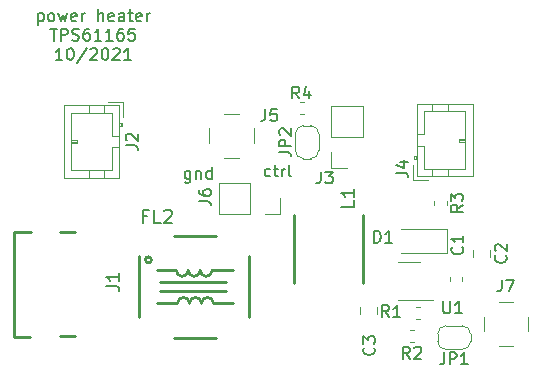
<source format=gto>
G04 #@! TF.GenerationSoftware,KiCad,Pcbnew,(5.1.5-0)*
G04 #@! TF.CreationDate,2021-10-28T11:32:37-06:00*
G04 #@! TF.ProjectId,TPS61165-heater-v2,54505336-3131-4363-952d-686561746572,rev?*
G04 #@! TF.SameCoordinates,Original*
G04 #@! TF.FileFunction,Legend,Top*
G04 #@! TF.FilePolarity,Positive*
%FSLAX46Y46*%
G04 Gerber Fmt 4.6, Leading zero omitted, Abs format (unit mm)*
G04 Created by KiCad (PCBNEW (5.1.5-0)) date 2021-10-28 11:32:37*
%MOMM*%
%LPD*%
G04 APERTURE LIST*
%ADD10C,0.150000*%
%ADD11C,0.254000*%
%ADD12C,0.120000*%
%ADD13C,0.152000*%
%ADD14R,3.102000X2.102000*%
%ADD15C,0.100000*%
%ADD16R,1.662000X0.752000*%
%ADD17C,1.342000*%
%ADD18O,1.802000X1.802000*%
%ADD19R,1.802000X1.802000*%
%ADD20R,5.402000X2.102000*%
%ADD21O,1.852000X1.302000*%
%ADD22O,1.902000X1.202000*%
%ADD23R,1.602000X0.902000*%
%ADD24R,1.602000X0.862000*%
%ADD25R,1.602000X0.802000*%
%ADD26R,1.002000X1.302000*%
G04 APERTURE END LIST*
D10*
X130709523Y-71385714D02*
X130709523Y-72195238D01*
X130661904Y-72290476D01*
X130614285Y-72338095D01*
X130519047Y-72385714D01*
X130376190Y-72385714D01*
X130280952Y-72338095D01*
X130709523Y-72004761D02*
X130614285Y-72052380D01*
X130423809Y-72052380D01*
X130328571Y-72004761D01*
X130280952Y-71957142D01*
X130233333Y-71861904D01*
X130233333Y-71576190D01*
X130280952Y-71480952D01*
X130328571Y-71433333D01*
X130423809Y-71385714D01*
X130614285Y-71385714D01*
X130709523Y-71433333D01*
X131185714Y-71385714D02*
X131185714Y-72052380D01*
X131185714Y-71480952D02*
X131233333Y-71433333D01*
X131328571Y-71385714D01*
X131471428Y-71385714D01*
X131566666Y-71433333D01*
X131614285Y-71528571D01*
X131614285Y-72052380D01*
X132519047Y-72052380D02*
X132519047Y-71052380D01*
X132519047Y-72004761D02*
X132423809Y-72052380D01*
X132233333Y-72052380D01*
X132138095Y-72004761D01*
X132090476Y-71957142D01*
X132042857Y-71861904D01*
X132042857Y-71576190D01*
X132090476Y-71480952D01*
X132138095Y-71433333D01*
X132233333Y-71385714D01*
X132423809Y-71385714D01*
X132519047Y-71433333D01*
X137480952Y-71804761D02*
X137385714Y-71852380D01*
X137195238Y-71852380D01*
X137100000Y-71804761D01*
X137052380Y-71757142D01*
X137004761Y-71661904D01*
X137004761Y-71376190D01*
X137052380Y-71280952D01*
X137100000Y-71233333D01*
X137195238Y-71185714D01*
X137385714Y-71185714D01*
X137480952Y-71233333D01*
X137766666Y-71185714D02*
X138147619Y-71185714D01*
X137909523Y-70852380D02*
X137909523Y-71709523D01*
X137957142Y-71804761D01*
X138052380Y-71852380D01*
X138147619Y-71852380D01*
X138480952Y-71852380D02*
X138480952Y-71185714D01*
X138480952Y-71376190D02*
X138528571Y-71280952D01*
X138576190Y-71233333D01*
X138671428Y-71185714D01*
X138766666Y-71185714D01*
X139242857Y-71852380D02*
X139147619Y-71804761D01*
X139100000Y-71709523D01*
X139100000Y-70852380D01*
X117833333Y-58035714D02*
X117833333Y-59035714D01*
X117833333Y-58083333D02*
X117928571Y-58035714D01*
X118119047Y-58035714D01*
X118214285Y-58083333D01*
X118261904Y-58130952D01*
X118309523Y-58226190D01*
X118309523Y-58511904D01*
X118261904Y-58607142D01*
X118214285Y-58654761D01*
X118119047Y-58702380D01*
X117928571Y-58702380D01*
X117833333Y-58654761D01*
X118880952Y-58702380D02*
X118785714Y-58654761D01*
X118738095Y-58607142D01*
X118690476Y-58511904D01*
X118690476Y-58226190D01*
X118738095Y-58130952D01*
X118785714Y-58083333D01*
X118880952Y-58035714D01*
X119023809Y-58035714D01*
X119119047Y-58083333D01*
X119166666Y-58130952D01*
X119214285Y-58226190D01*
X119214285Y-58511904D01*
X119166666Y-58607142D01*
X119119047Y-58654761D01*
X119023809Y-58702380D01*
X118880952Y-58702380D01*
X119547619Y-58035714D02*
X119738095Y-58702380D01*
X119928571Y-58226190D01*
X120119047Y-58702380D01*
X120309523Y-58035714D01*
X121071428Y-58654761D02*
X120976190Y-58702380D01*
X120785714Y-58702380D01*
X120690476Y-58654761D01*
X120642857Y-58559523D01*
X120642857Y-58178571D01*
X120690476Y-58083333D01*
X120785714Y-58035714D01*
X120976190Y-58035714D01*
X121071428Y-58083333D01*
X121119047Y-58178571D01*
X121119047Y-58273809D01*
X120642857Y-58369047D01*
X121547619Y-58702380D02*
X121547619Y-58035714D01*
X121547619Y-58226190D02*
X121595238Y-58130952D01*
X121642857Y-58083333D01*
X121738095Y-58035714D01*
X121833333Y-58035714D01*
X122928571Y-58702380D02*
X122928571Y-57702380D01*
X123357142Y-58702380D02*
X123357142Y-58178571D01*
X123309523Y-58083333D01*
X123214285Y-58035714D01*
X123071428Y-58035714D01*
X122976190Y-58083333D01*
X122928571Y-58130952D01*
X124214285Y-58654761D02*
X124119047Y-58702380D01*
X123928571Y-58702380D01*
X123833333Y-58654761D01*
X123785714Y-58559523D01*
X123785714Y-58178571D01*
X123833333Y-58083333D01*
X123928571Y-58035714D01*
X124119047Y-58035714D01*
X124214285Y-58083333D01*
X124261904Y-58178571D01*
X124261904Y-58273809D01*
X123785714Y-58369047D01*
X125119047Y-58702380D02*
X125119047Y-58178571D01*
X125071428Y-58083333D01*
X124976190Y-58035714D01*
X124785714Y-58035714D01*
X124690476Y-58083333D01*
X125119047Y-58654761D02*
X125023809Y-58702380D01*
X124785714Y-58702380D01*
X124690476Y-58654761D01*
X124642857Y-58559523D01*
X124642857Y-58464285D01*
X124690476Y-58369047D01*
X124785714Y-58321428D01*
X125023809Y-58321428D01*
X125119047Y-58273809D01*
X125452380Y-58035714D02*
X125833333Y-58035714D01*
X125595238Y-57702380D02*
X125595238Y-58559523D01*
X125642857Y-58654761D01*
X125738095Y-58702380D01*
X125833333Y-58702380D01*
X126547619Y-58654761D02*
X126452380Y-58702380D01*
X126261904Y-58702380D01*
X126166666Y-58654761D01*
X126119047Y-58559523D01*
X126119047Y-58178571D01*
X126166666Y-58083333D01*
X126261904Y-58035714D01*
X126452380Y-58035714D01*
X126547619Y-58083333D01*
X126595238Y-58178571D01*
X126595238Y-58273809D01*
X126119047Y-58369047D01*
X127023809Y-58702380D02*
X127023809Y-58035714D01*
X127023809Y-58226190D02*
X127071428Y-58130952D01*
X127119047Y-58083333D01*
X127214285Y-58035714D01*
X127309523Y-58035714D01*
X118857142Y-59352380D02*
X119428571Y-59352380D01*
X119142857Y-60352380D02*
X119142857Y-59352380D01*
X119761904Y-60352380D02*
X119761904Y-59352380D01*
X120142857Y-59352380D01*
X120238095Y-59400000D01*
X120285714Y-59447619D01*
X120333333Y-59542857D01*
X120333333Y-59685714D01*
X120285714Y-59780952D01*
X120238095Y-59828571D01*
X120142857Y-59876190D01*
X119761904Y-59876190D01*
X120714285Y-60304761D02*
X120857142Y-60352380D01*
X121095238Y-60352380D01*
X121190476Y-60304761D01*
X121238095Y-60257142D01*
X121285714Y-60161904D01*
X121285714Y-60066666D01*
X121238095Y-59971428D01*
X121190476Y-59923809D01*
X121095238Y-59876190D01*
X120904761Y-59828571D01*
X120809523Y-59780952D01*
X120761904Y-59733333D01*
X120714285Y-59638095D01*
X120714285Y-59542857D01*
X120761904Y-59447619D01*
X120809523Y-59400000D01*
X120904761Y-59352380D01*
X121142857Y-59352380D01*
X121285714Y-59400000D01*
X122142857Y-59352380D02*
X121952380Y-59352380D01*
X121857142Y-59400000D01*
X121809523Y-59447619D01*
X121714285Y-59590476D01*
X121666666Y-59780952D01*
X121666666Y-60161904D01*
X121714285Y-60257142D01*
X121761904Y-60304761D01*
X121857142Y-60352380D01*
X122047619Y-60352380D01*
X122142857Y-60304761D01*
X122190476Y-60257142D01*
X122238095Y-60161904D01*
X122238095Y-59923809D01*
X122190476Y-59828571D01*
X122142857Y-59780952D01*
X122047619Y-59733333D01*
X121857142Y-59733333D01*
X121761904Y-59780952D01*
X121714285Y-59828571D01*
X121666666Y-59923809D01*
X123190476Y-60352380D02*
X122619047Y-60352380D01*
X122904761Y-60352380D02*
X122904761Y-59352380D01*
X122809523Y-59495238D01*
X122714285Y-59590476D01*
X122619047Y-59638095D01*
X124142857Y-60352380D02*
X123571428Y-60352380D01*
X123857142Y-60352380D02*
X123857142Y-59352380D01*
X123761904Y-59495238D01*
X123666666Y-59590476D01*
X123571428Y-59638095D01*
X125000000Y-59352380D02*
X124809523Y-59352380D01*
X124714285Y-59400000D01*
X124666666Y-59447619D01*
X124571428Y-59590476D01*
X124523809Y-59780952D01*
X124523809Y-60161904D01*
X124571428Y-60257142D01*
X124619047Y-60304761D01*
X124714285Y-60352380D01*
X124904761Y-60352380D01*
X125000000Y-60304761D01*
X125047619Y-60257142D01*
X125095238Y-60161904D01*
X125095238Y-59923809D01*
X125047619Y-59828571D01*
X125000000Y-59780952D01*
X124904761Y-59733333D01*
X124714285Y-59733333D01*
X124619047Y-59780952D01*
X124571428Y-59828571D01*
X124523809Y-59923809D01*
X126000000Y-59352380D02*
X125523809Y-59352380D01*
X125476190Y-59828571D01*
X125523809Y-59780952D01*
X125619047Y-59733333D01*
X125857142Y-59733333D01*
X125952380Y-59780952D01*
X126000000Y-59828571D01*
X126047619Y-59923809D01*
X126047619Y-60161904D01*
X126000000Y-60257142D01*
X125952380Y-60304761D01*
X125857142Y-60352380D01*
X125619047Y-60352380D01*
X125523809Y-60304761D01*
X125476190Y-60257142D01*
X119880952Y-62002380D02*
X119309523Y-62002380D01*
X119595238Y-62002380D02*
X119595238Y-61002380D01*
X119500000Y-61145238D01*
X119404761Y-61240476D01*
X119309523Y-61288095D01*
X120500000Y-61002380D02*
X120595238Y-61002380D01*
X120690476Y-61050000D01*
X120738095Y-61097619D01*
X120785714Y-61192857D01*
X120833333Y-61383333D01*
X120833333Y-61621428D01*
X120785714Y-61811904D01*
X120738095Y-61907142D01*
X120690476Y-61954761D01*
X120595238Y-62002380D01*
X120500000Y-62002380D01*
X120404761Y-61954761D01*
X120357142Y-61907142D01*
X120309523Y-61811904D01*
X120261904Y-61621428D01*
X120261904Y-61383333D01*
X120309523Y-61192857D01*
X120357142Y-61097619D01*
X120404761Y-61050000D01*
X120500000Y-61002380D01*
X121976190Y-60954761D02*
X121119047Y-62240476D01*
X122261904Y-61097619D02*
X122309523Y-61050000D01*
X122404761Y-61002380D01*
X122642857Y-61002380D01*
X122738095Y-61050000D01*
X122785714Y-61097619D01*
X122833333Y-61192857D01*
X122833333Y-61288095D01*
X122785714Y-61430952D01*
X122214285Y-62002380D01*
X122833333Y-62002380D01*
X123452380Y-61002380D02*
X123547619Y-61002380D01*
X123642857Y-61050000D01*
X123690476Y-61097619D01*
X123738095Y-61192857D01*
X123785714Y-61383333D01*
X123785714Y-61621428D01*
X123738095Y-61811904D01*
X123690476Y-61907142D01*
X123642857Y-61954761D01*
X123547619Y-62002380D01*
X123452380Y-62002380D01*
X123357142Y-61954761D01*
X123309523Y-61907142D01*
X123261904Y-61811904D01*
X123214285Y-61621428D01*
X123214285Y-61383333D01*
X123261904Y-61192857D01*
X123309523Y-61097619D01*
X123357142Y-61050000D01*
X123452380Y-61002380D01*
X124166666Y-61097619D02*
X124214285Y-61050000D01*
X124309523Y-61002380D01*
X124547619Y-61002380D01*
X124642857Y-61050000D01*
X124690476Y-61097619D01*
X124738095Y-61192857D01*
X124738095Y-61288095D01*
X124690476Y-61430952D01*
X124119047Y-62002380D01*
X124738095Y-62002380D01*
X125690476Y-62002380D02*
X125119047Y-62002380D01*
X125404761Y-62002380D02*
X125404761Y-61002380D01*
X125309523Y-61145238D01*
X125214285Y-61240476D01*
X125119047Y-61288095D01*
D11*
X132678000Y-82597000D02*
G75*
G03X131662000Y-82597000I-508000J0D01*
G01*
X131662000Y-82597000D02*
G75*
G03X130646000Y-82597000I-508000J0D01*
G01*
X130646000Y-82597000D02*
G75*
G03X129630000Y-82597000I-508000J0D01*
G01*
X131554000Y-79803000D02*
G75*
G03X132570000Y-79803000I508000J0D01*
G01*
X130538000Y-79803000D02*
G75*
G03X131554000Y-79803000I508000J0D01*
G01*
X129522000Y-79803000D02*
G75*
G03X130538000Y-79803000I508000J0D01*
G01*
X127417000Y-78914000D02*
G75*
G03X127417000Y-78914000I-254000J0D01*
G01*
X126401000Y-78621000D02*
X126401000Y-83779000D01*
X135672000Y-78621000D02*
X135672000Y-83779000D01*
X127871000Y-79803000D02*
X129522000Y-79803000D01*
X134329000Y-79803000D02*
X132678000Y-79803000D01*
X134329000Y-82597000D02*
X132678000Y-82597000D01*
X128179000Y-80819000D02*
X133767000Y-80819000D01*
X133767000Y-81581000D02*
X128179000Y-81581000D01*
X127871000Y-82597000D02*
X129522000Y-82597000D01*
X129322000Y-76882000D02*
X132878000Y-76882000D01*
X132878000Y-85518000D02*
X129322000Y-85518000D01*
D12*
X149646267Y-84890000D02*
X149303733Y-84890000D01*
X149646267Y-85910000D02*
X149303733Y-85910000D01*
X140371267Y-65590000D02*
X140028733Y-65590000D01*
X140371267Y-66610000D02*
X140028733Y-66610000D01*
X139600000Y-69650000D02*
X139600000Y-68250000D01*
X140300000Y-67550000D02*
X140900000Y-67550000D01*
X141600000Y-68250000D02*
X141600000Y-69650000D01*
X140900000Y-70350000D02*
X140300000Y-70350000D01*
X140300000Y-70350000D02*
G75*
G02X139600000Y-69650000I0J700000D01*
G01*
X141600000Y-69650000D02*
G75*
G02X140900000Y-70350000I-700000J0D01*
G01*
X140900000Y-67550000D02*
G75*
G02X141600000Y-68250000I0J-700000D01*
G01*
X139600000Y-68250000D02*
G75*
G02X140300000Y-67550000I700000J0D01*
G01*
X153750000Y-86500000D02*
X152350000Y-86500000D01*
X151650000Y-85800000D02*
X151650000Y-85200000D01*
X152350000Y-84500000D02*
X153750000Y-84500000D01*
X154450000Y-85200000D02*
X154450000Y-85800000D01*
X154450000Y-85800000D02*
G75*
G02X153750000Y-86500000I-700000J0D01*
G01*
X153750000Y-84500000D02*
G75*
G02X154450000Y-85200000I0J-700000D01*
G01*
X151650000Y-85200000D02*
G75*
G02X152350000Y-84500000I700000J0D01*
G01*
X152350000Y-86500000D02*
G75*
G02X151650000Y-85800000I0J700000D01*
G01*
X148330000Y-82340000D02*
X151280000Y-82340000D01*
X150130000Y-79120000D02*
X148330000Y-79120000D01*
X158080000Y-86210000D02*
X156840000Y-86210000D01*
X158080000Y-82470000D02*
X156840000Y-82470000D01*
X155590000Y-84960000D02*
X155590000Y-83720000D01*
X159330000Y-84960000D02*
X159330000Y-83720000D01*
X138330000Y-73700000D02*
X138330000Y-75030000D01*
X138330000Y-75030000D02*
X137000000Y-75030000D01*
X135730000Y-75030000D02*
X133130000Y-75030000D01*
X133130000Y-72370000D02*
X133130000Y-75030000D01*
X135730000Y-72370000D02*
X133130000Y-72370000D01*
X135730000Y-72370000D02*
X135730000Y-75030000D01*
D11*
X139500000Y-80850000D02*
X139500000Y-75150000D01*
X145300000Y-80850000D02*
X145300000Y-75150000D01*
D12*
X151390000Y-73928733D02*
X151390000Y-74271267D01*
X152410000Y-73928733D02*
X152410000Y-74271267D01*
X150171267Y-82890000D02*
X149828733Y-82890000D01*
X150171267Y-83910000D02*
X149828733Y-83910000D01*
X133580000Y-66530000D02*
X134820000Y-66530000D01*
X133580000Y-70270000D02*
X134820000Y-70270000D01*
X136070000Y-67780000D02*
X136070000Y-69020000D01*
X132330000Y-67780000D02*
X132330000Y-69020000D01*
X149590000Y-72160000D02*
X150840000Y-72160000D01*
X149590000Y-70910000D02*
X149590000Y-72160000D01*
X154000000Y-68800000D02*
X153500000Y-68800000D01*
X153500000Y-68700000D02*
X154000000Y-68700000D01*
X153500000Y-68900000D02*
X153500000Y-68700000D01*
X154000000Y-68900000D02*
X153500000Y-68900000D01*
X152500000Y-65740000D02*
X152500000Y-66350000D01*
X151200000Y-65740000D02*
X151200000Y-66350000D01*
X152500000Y-71860000D02*
X152500000Y-71250000D01*
X151200000Y-71860000D02*
X151200000Y-71250000D01*
X150500000Y-68300000D02*
X149890000Y-68300000D01*
X150500000Y-66350000D02*
X150500000Y-68300000D01*
X154000000Y-66350000D02*
X150500000Y-66350000D01*
X154000000Y-71250000D02*
X154000000Y-66350000D01*
X150500000Y-71250000D02*
X154000000Y-71250000D01*
X150500000Y-69300000D02*
X150500000Y-71250000D01*
X149890000Y-69300000D02*
X150500000Y-69300000D01*
X149790000Y-70100000D02*
X149790000Y-70400000D01*
X149690000Y-70400000D02*
X149890000Y-70400000D01*
X149690000Y-70100000D02*
X149690000Y-70400000D01*
X149890000Y-70100000D02*
X149690000Y-70100000D01*
X149890000Y-65740000D02*
X149890000Y-71860000D01*
X154610000Y-65740000D02*
X149890000Y-65740000D01*
X154610000Y-71860000D02*
X154610000Y-65740000D01*
X149890000Y-71860000D02*
X154610000Y-71860000D01*
X144000000Y-71130000D02*
X142670000Y-71130000D01*
X142670000Y-71130000D02*
X142670000Y-69800000D01*
X142670000Y-68530000D02*
X142670000Y-65930000D01*
X145330000Y-65930000D02*
X142670000Y-65930000D01*
X145330000Y-68530000D02*
X145330000Y-65930000D01*
X145330000Y-68530000D02*
X142670000Y-68530000D01*
X125010000Y-65540000D02*
X123760000Y-65540000D01*
X125010000Y-66790000D02*
X125010000Y-65540000D01*
X120600000Y-68900000D02*
X121100000Y-68900000D01*
X121100000Y-69000000D02*
X120600000Y-69000000D01*
X121100000Y-68800000D02*
X121100000Y-69000000D01*
X120600000Y-68800000D02*
X121100000Y-68800000D01*
X122100000Y-71960000D02*
X122100000Y-71350000D01*
X123400000Y-71960000D02*
X123400000Y-71350000D01*
X122100000Y-65840000D02*
X122100000Y-66450000D01*
X123400000Y-65840000D02*
X123400000Y-66450000D01*
X124100000Y-69400000D02*
X124710000Y-69400000D01*
X124100000Y-71350000D02*
X124100000Y-69400000D01*
X120600000Y-71350000D02*
X124100000Y-71350000D01*
X120600000Y-66450000D02*
X120600000Y-71350000D01*
X124100000Y-66450000D02*
X120600000Y-66450000D01*
X124100000Y-68400000D02*
X124100000Y-66450000D01*
X124710000Y-68400000D02*
X124100000Y-68400000D01*
X124810000Y-67600000D02*
X124810000Y-67300000D01*
X124910000Y-67300000D02*
X124710000Y-67300000D01*
X124910000Y-67600000D02*
X124910000Y-67300000D01*
X124710000Y-67600000D02*
X124910000Y-67600000D01*
X124710000Y-71960000D02*
X124710000Y-65840000D01*
X119990000Y-71960000D02*
X124710000Y-71960000D01*
X119990000Y-65840000D02*
X119990000Y-71960000D01*
X124710000Y-65840000D02*
X119990000Y-65840000D01*
D11*
X120963000Y-85400000D02*
X119723000Y-85400000D01*
X120915000Y-76600000D02*
X119675000Y-76600000D01*
X115824000Y-85409000D02*
X117175000Y-85409000D01*
X115825000Y-76600000D02*
X117205000Y-76600000D01*
X115825000Y-76590000D02*
X115825000Y-85410000D01*
D12*
X152450000Y-78300000D02*
X148550000Y-78300000D01*
X152450000Y-76300000D02*
X148550000Y-76300000D01*
X152450000Y-78300000D02*
X152450000Y-76300000D01*
X145090000Y-82938748D02*
X145090000Y-83461252D01*
X146510000Y-82938748D02*
X146510000Y-83461252D01*
X154690000Y-78113748D02*
X154690000Y-78636252D01*
X156110000Y-78113748D02*
X156110000Y-78636252D01*
X153710000Y-80671267D02*
X153710000Y-80328733D01*
X152690000Y-80671267D02*
X152690000Y-80328733D01*
D13*
X127051942Y-75218357D02*
X126670942Y-75218357D01*
X126670942Y-75817071D02*
X126670942Y-74674071D01*
X127215228Y-74674071D01*
X128194942Y-75817071D02*
X127650657Y-75817071D01*
X127650657Y-74674071D01*
X128521514Y-74782928D02*
X128575942Y-74728500D01*
X128684800Y-74674071D01*
X128956942Y-74674071D01*
X129065800Y-74728500D01*
X129120228Y-74782928D01*
X129174657Y-74891785D01*
X129174657Y-75000642D01*
X129120228Y-75163928D01*
X128467085Y-75817071D01*
X129174657Y-75817071D01*
D10*
X149308333Y-87282380D02*
X148975000Y-86806190D01*
X148736904Y-87282380D02*
X148736904Y-86282380D01*
X149117857Y-86282380D01*
X149213095Y-86330000D01*
X149260714Y-86377619D01*
X149308333Y-86472857D01*
X149308333Y-86615714D01*
X149260714Y-86710952D01*
X149213095Y-86758571D01*
X149117857Y-86806190D01*
X148736904Y-86806190D01*
X149689285Y-86377619D02*
X149736904Y-86330000D01*
X149832142Y-86282380D01*
X150070238Y-86282380D01*
X150165476Y-86330000D01*
X150213095Y-86377619D01*
X150260714Y-86472857D01*
X150260714Y-86568095D01*
X150213095Y-86710952D01*
X149641666Y-87282380D01*
X150260714Y-87282380D01*
X139933333Y-65252380D02*
X139600000Y-64776190D01*
X139361904Y-65252380D02*
X139361904Y-64252380D01*
X139742857Y-64252380D01*
X139838095Y-64300000D01*
X139885714Y-64347619D01*
X139933333Y-64442857D01*
X139933333Y-64585714D01*
X139885714Y-64680952D01*
X139838095Y-64728571D01*
X139742857Y-64776190D01*
X139361904Y-64776190D01*
X140790476Y-64585714D02*
X140790476Y-65252380D01*
X140552380Y-64204761D02*
X140314285Y-64919047D01*
X140933333Y-64919047D01*
X138252380Y-69783333D02*
X138966666Y-69783333D01*
X139109523Y-69830952D01*
X139204761Y-69926190D01*
X139252380Y-70069047D01*
X139252380Y-70164285D01*
X139252380Y-69307142D02*
X138252380Y-69307142D01*
X138252380Y-68926190D01*
X138300000Y-68830952D01*
X138347619Y-68783333D01*
X138442857Y-68735714D01*
X138585714Y-68735714D01*
X138680952Y-68783333D01*
X138728571Y-68830952D01*
X138776190Y-68926190D01*
X138776190Y-69307142D01*
X138347619Y-68354761D02*
X138300000Y-68307142D01*
X138252380Y-68211904D01*
X138252380Y-67973809D01*
X138300000Y-67878571D01*
X138347619Y-67830952D01*
X138442857Y-67783333D01*
X138538095Y-67783333D01*
X138680952Y-67830952D01*
X139252380Y-68402380D01*
X139252380Y-67783333D01*
X152216666Y-86752380D02*
X152216666Y-87466666D01*
X152169047Y-87609523D01*
X152073809Y-87704761D01*
X151930952Y-87752380D01*
X151835714Y-87752380D01*
X152692857Y-87752380D02*
X152692857Y-86752380D01*
X153073809Y-86752380D01*
X153169047Y-86800000D01*
X153216666Y-86847619D01*
X153264285Y-86942857D01*
X153264285Y-87085714D01*
X153216666Y-87180952D01*
X153169047Y-87228571D01*
X153073809Y-87276190D01*
X152692857Y-87276190D01*
X154216666Y-87752380D02*
X153645238Y-87752380D01*
X153930952Y-87752380D02*
X153930952Y-86752380D01*
X153835714Y-86895238D01*
X153740476Y-86990476D01*
X153645238Y-87038095D01*
X152138095Y-82442380D02*
X152138095Y-83251904D01*
X152185714Y-83347142D01*
X152233333Y-83394761D01*
X152328571Y-83442380D01*
X152519047Y-83442380D01*
X152614285Y-83394761D01*
X152661904Y-83347142D01*
X152709523Y-83251904D01*
X152709523Y-82442380D01*
X153709523Y-83442380D02*
X153138095Y-83442380D01*
X153423809Y-83442380D02*
X153423809Y-82442380D01*
X153328571Y-82585238D01*
X153233333Y-82680476D01*
X153138095Y-82728095D01*
X157086666Y-80592380D02*
X157086666Y-81306666D01*
X157039047Y-81449523D01*
X156943809Y-81544761D01*
X156800952Y-81592380D01*
X156705714Y-81592380D01*
X157467619Y-80592380D02*
X158134285Y-80592380D01*
X157705714Y-81592380D01*
X131452380Y-73933333D02*
X132166666Y-73933333D01*
X132309523Y-73980952D01*
X132404761Y-74076190D01*
X132452380Y-74219047D01*
X132452380Y-74314285D01*
X131452380Y-73028571D02*
X131452380Y-73219047D01*
X131500000Y-73314285D01*
X131547619Y-73361904D01*
X131690476Y-73457142D01*
X131880952Y-73504761D01*
X132261904Y-73504761D01*
X132357142Y-73457142D01*
X132404761Y-73409523D01*
X132452380Y-73314285D01*
X132452380Y-73123809D01*
X132404761Y-73028571D01*
X132357142Y-72980952D01*
X132261904Y-72933333D01*
X132023809Y-72933333D01*
X131928571Y-72980952D01*
X131880952Y-73028571D01*
X131833333Y-73123809D01*
X131833333Y-73314285D01*
X131880952Y-73409523D01*
X131928571Y-73457142D01*
X132023809Y-73504761D01*
D13*
X144617071Y-73884771D02*
X144617071Y-74429057D01*
X143474071Y-74429057D01*
X144617071Y-72905057D02*
X144617071Y-73558200D01*
X144617071Y-73231628D02*
X143474071Y-73231628D01*
X143637357Y-73340485D01*
X143746214Y-73449342D01*
X143800642Y-73558200D01*
D10*
X153782380Y-74266666D02*
X153306190Y-74600000D01*
X153782380Y-74838095D02*
X152782380Y-74838095D01*
X152782380Y-74457142D01*
X152830000Y-74361904D01*
X152877619Y-74314285D01*
X152972857Y-74266666D01*
X153115714Y-74266666D01*
X153210952Y-74314285D01*
X153258571Y-74361904D01*
X153306190Y-74457142D01*
X153306190Y-74838095D01*
X152782380Y-73933333D02*
X152782380Y-73314285D01*
X153163333Y-73647619D01*
X153163333Y-73504761D01*
X153210952Y-73409523D01*
X153258571Y-73361904D01*
X153353809Y-73314285D01*
X153591904Y-73314285D01*
X153687142Y-73361904D01*
X153734761Y-73409523D01*
X153782380Y-73504761D01*
X153782380Y-73790476D01*
X153734761Y-73885714D01*
X153687142Y-73933333D01*
X147533333Y-83752380D02*
X147200000Y-83276190D01*
X146961904Y-83752380D02*
X146961904Y-82752380D01*
X147342857Y-82752380D01*
X147438095Y-82800000D01*
X147485714Y-82847619D01*
X147533333Y-82942857D01*
X147533333Y-83085714D01*
X147485714Y-83180952D01*
X147438095Y-83228571D01*
X147342857Y-83276190D01*
X146961904Y-83276190D01*
X148485714Y-83752380D02*
X147914285Y-83752380D01*
X148200000Y-83752380D02*
X148200000Y-82752380D01*
X148104761Y-82895238D01*
X148009523Y-82990476D01*
X147914285Y-83038095D01*
X137066666Y-66152380D02*
X137066666Y-66866666D01*
X137019047Y-67009523D01*
X136923809Y-67104761D01*
X136780952Y-67152380D01*
X136685714Y-67152380D01*
X138019047Y-66152380D02*
X137542857Y-66152380D01*
X137495238Y-66628571D01*
X137542857Y-66580952D01*
X137638095Y-66533333D01*
X137876190Y-66533333D01*
X137971428Y-66580952D01*
X138019047Y-66628571D01*
X138066666Y-66723809D01*
X138066666Y-66961904D01*
X138019047Y-67057142D01*
X137971428Y-67104761D01*
X137876190Y-67152380D01*
X137638095Y-67152380D01*
X137542857Y-67104761D01*
X137495238Y-67057142D01*
X148152380Y-71533333D02*
X148866666Y-71533333D01*
X149009523Y-71580952D01*
X149104761Y-71676190D01*
X149152380Y-71819047D01*
X149152380Y-71914285D01*
X148485714Y-70628571D02*
X149152380Y-70628571D01*
X148104761Y-70866666D02*
X148819047Y-71104761D01*
X148819047Y-70485714D01*
X141766666Y-71452380D02*
X141766666Y-72166666D01*
X141719047Y-72309523D01*
X141623809Y-72404761D01*
X141480952Y-72452380D01*
X141385714Y-72452380D01*
X142147619Y-71452380D02*
X142766666Y-71452380D01*
X142433333Y-71833333D01*
X142576190Y-71833333D01*
X142671428Y-71880952D01*
X142719047Y-71928571D01*
X142766666Y-72023809D01*
X142766666Y-72261904D01*
X142719047Y-72357142D01*
X142671428Y-72404761D01*
X142576190Y-72452380D01*
X142290476Y-72452380D01*
X142195238Y-72404761D01*
X142147619Y-72357142D01*
X125252380Y-69233333D02*
X125966666Y-69233333D01*
X126109523Y-69280952D01*
X126204761Y-69376190D01*
X126252380Y-69519047D01*
X126252380Y-69614285D01*
X125347619Y-68804761D02*
X125300000Y-68757142D01*
X125252380Y-68661904D01*
X125252380Y-68423809D01*
X125300000Y-68328571D01*
X125347619Y-68280952D01*
X125442857Y-68233333D01*
X125538095Y-68233333D01*
X125680952Y-68280952D01*
X126252380Y-68852380D01*
X126252380Y-68233333D01*
D13*
X123574071Y-81159514D02*
X124390500Y-81159514D01*
X124553785Y-81213942D01*
X124662642Y-81322800D01*
X124717071Y-81486085D01*
X124717071Y-81594942D01*
X124717071Y-80016514D02*
X124717071Y-80669657D01*
X124717071Y-80343085D02*
X123574071Y-80343085D01*
X123737357Y-80451942D01*
X123846214Y-80560800D01*
X123900642Y-80669657D01*
D10*
X146261904Y-77452380D02*
X146261904Y-76452380D01*
X146500000Y-76452380D01*
X146642857Y-76500000D01*
X146738095Y-76595238D01*
X146785714Y-76690476D01*
X146833333Y-76880952D01*
X146833333Y-77023809D01*
X146785714Y-77214285D01*
X146738095Y-77309523D01*
X146642857Y-77404761D01*
X146500000Y-77452380D01*
X146261904Y-77452380D01*
X147785714Y-77452380D02*
X147214285Y-77452380D01*
X147500000Y-77452380D02*
X147500000Y-76452380D01*
X147404761Y-76595238D01*
X147309523Y-76690476D01*
X147214285Y-76738095D01*
X146257142Y-86341666D02*
X146304761Y-86389285D01*
X146352380Y-86532142D01*
X146352380Y-86627380D01*
X146304761Y-86770238D01*
X146209523Y-86865476D01*
X146114285Y-86913095D01*
X145923809Y-86960714D01*
X145780952Y-86960714D01*
X145590476Y-86913095D01*
X145495238Y-86865476D01*
X145400000Y-86770238D01*
X145352380Y-86627380D01*
X145352380Y-86532142D01*
X145400000Y-86389285D01*
X145447619Y-86341666D01*
X145352380Y-86008333D02*
X145352380Y-85389285D01*
X145733333Y-85722619D01*
X145733333Y-85579761D01*
X145780952Y-85484523D01*
X145828571Y-85436904D01*
X145923809Y-85389285D01*
X146161904Y-85389285D01*
X146257142Y-85436904D01*
X146304761Y-85484523D01*
X146352380Y-85579761D01*
X146352380Y-85865476D01*
X146304761Y-85960714D01*
X146257142Y-86008333D01*
X157407142Y-78541666D02*
X157454761Y-78589285D01*
X157502380Y-78732142D01*
X157502380Y-78827380D01*
X157454761Y-78970238D01*
X157359523Y-79065476D01*
X157264285Y-79113095D01*
X157073809Y-79160714D01*
X156930952Y-79160714D01*
X156740476Y-79113095D01*
X156645238Y-79065476D01*
X156550000Y-78970238D01*
X156502380Y-78827380D01*
X156502380Y-78732142D01*
X156550000Y-78589285D01*
X156597619Y-78541666D01*
X156597619Y-78160714D02*
X156550000Y-78113095D01*
X156502380Y-78017857D01*
X156502380Y-77779761D01*
X156550000Y-77684523D01*
X156597619Y-77636904D01*
X156692857Y-77589285D01*
X156788095Y-77589285D01*
X156930952Y-77636904D01*
X157502380Y-78208333D01*
X157502380Y-77589285D01*
X153727142Y-77826666D02*
X153774761Y-77874285D01*
X153822380Y-78017142D01*
X153822380Y-78112380D01*
X153774761Y-78255238D01*
X153679523Y-78350476D01*
X153584285Y-78398095D01*
X153393809Y-78445714D01*
X153250952Y-78445714D01*
X153060476Y-78398095D01*
X152965238Y-78350476D01*
X152870000Y-78255238D01*
X152822380Y-78112380D01*
X152822380Y-78017142D01*
X152870000Y-77874285D01*
X152917619Y-77826666D01*
X153822380Y-76874285D02*
X153822380Y-77445714D01*
X153822380Y-77160000D02*
X152822380Y-77160000D01*
X152965238Y-77255238D01*
X153060476Y-77350476D01*
X153108095Y-77445714D01*
%LPC*%
D14*
X127300000Y-77390000D03*
X127300000Y-85010000D03*
X134900000Y-85010000D03*
X134900000Y-77390000D03*
D15*
G36*
X148938779Y-84875266D02*
G01*
X148964309Y-84879053D01*
X148989345Y-84885325D01*
X149013646Y-84894020D01*
X149036977Y-84905055D01*
X149059115Y-84918323D01*
X149079845Y-84933698D01*
X149098969Y-84951031D01*
X149116302Y-84970155D01*
X149131677Y-84990885D01*
X149144945Y-85013023D01*
X149155980Y-85036354D01*
X149164675Y-85060655D01*
X149170947Y-85085691D01*
X149174734Y-85111221D01*
X149176000Y-85137000D01*
X149176000Y-85663000D01*
X149174734Y-85688779D01*
X149170947Y-85714309D01*
X149164675Y-85739345D01*
X149155980Y-85763646D01*
X149144945Y-85786977D01*
X149131677Y-85809115D01*
X149116302Y-85829845D01*
X149098969Y-85848969D01*
X149079845Y-85866302D01*
X149059115Y-85881677D01*
X149036977Y-85894945D01*
X149013646Y-85905980D01*
X148989345Y-85914675D01*
X148964309Y-85920947D01*
X148938779Y-85924734D01*
X148913000Y-85926000D01*
X148287000Y-85926000D01*
X148261221Y-85924734D01*
X148235691Y-85920947D01*
X148210655Y-85914675D01*
X148186354Y-85905980D01*
X148163023Y-85894945D01*
X148140885Y-85881677D01*
X148120155Y-85866302D01*
X148101031Y-85848969D01*
X148083698Y-85829845D01*
X148068323Y-85809115D01*
X148055055Y-85786977D01*
X148044020Y-85763646D01*
X148035325Y-85739345D01*
X148029053Y-85714309D01*
X148025266Y-85688779D01*
X148024000Y-85663000D01*
X148024000Y-85137000D01*
X148025266Y-85111221D01*
X148029053Y-85085691D01*
X148035325Y-85060655D01*
X148044020Y-85036354D01*
X148055055Y-85013023D01*
X148068323Y-84990885D01*
X148083698Y-84970155D01*
X148101031Y-84951031D01*
X148120155Y-84933698D01*
X148140885Y-84918323D01*
X148163023Y-84905055D01*
X148186354Y-84894020D01*
X148210655Y-84885325D01*
X148235691Y-84879053D01*
X148261221Y-84875266D01*
X148287000Y-84874000D01*
X148913000Y-84874000D01*
X148938779Y-84875266D01*
G37*
G36*
X150688779Y-84875266D02*
G01*
X150714309Y-84879053D01*
X150739345Y-84885325D01*
X150763646Y-84894020D01*
X150786977Y-84905055D01*
X150809115Y-84918323D01*
X150829845Y-84933698D01*
X150848969Y-84951031D01*
X150866302Y-84970155D01*
X150881677Y-84990885D01*
X150894945Y-85013023D01*
X150905980Y-85036354D01*
X150914675Y-85060655D01*
X150920947Y-85085691D01*
X150924734Y-85111221D01*
X150926000Y-85137000D01*
X150926000Y-85663000D01*
X150924734Y-85688779D01*
X150920947Y-85714309D01*
X150914675Y-85739345D01*
X150905980Y-85763646D01*
X150894945Y-85786977D01*
X150881677Y-85809115D01*
X150866302Y-85829845D01*
X150848969Y-85848969D01*
X150829845Y-85866302D01*
X150809115Y-85881677D01*
X150786977Y-85894945D01*
X150763646Y-85905980D01*
X150739345Y-85914675D01*
X150714309Y-85920947D01*
X150688779Y-85924734D01*
X150663000Y-85926000D01*
X150037000Y-85926000D01*
X150011221Y-85924734D01*
X149985691Y-85920947D01*
X149960655Y-85914675D01*
X149936354Y-85905980D01*
X149913023Y-85894945D01*
X149890885Y-85881677D01*
X149870155Y-85866302D01*
X149851031Y-85848969D01*
X149833698Y-85829845D01*
X149818323Y-85809115D01*
X149805055Y-85786977D01*
X149794020Y-85763646D01*
X149785325Y-85739345D01*
X149779053Y-85714309D01*
X149775266Y-85688779D01*
X149774000Y-85663000D01*
X149774000Y-85137000D01*
X149775266Y-85111221D01*
X149779053Y-85085691D01*
X149785325Y-85060655D01*
X149794020Y-85036354D01*
X149805055Y-85013023D01*
X149818323Y-84990885D01*
X149833698Y-84970155D01*
X149851031Y-84951031D01*
X149870155Y-84933698D01*
X149890885Y-84918323D01*
X149913023Y-84905055D01*
X149936354Y-84894020D01*
X149960655Y-84885325D01*
X149985691Y-84879053D01*
X150011221Y-84875266D01*
X150037000Y-84874000D01*
X150663000Y-84874000D01*
X150688779Y-84875266D01*
G37*
G36*
X139663779Y-65575266D02*
G01*
X139689309Y-65579053D01*
X139714345Y-65585325D01*
X139738646Y-65594020D01*
X139761977Y-65605055D01*
X139784115Y-65618323D01*
X139804845Y-65633698D01*
X139823969Y-65651031D01*
X139841302Y-65670155D01*
X139856677Y-65690885D01*
X139869945Y-65713023D01*
X139880980Y-65736354D01*
X139889675Y-65760655D01*
X139895947Y-65785691D01*
X139899734Y-65811221D01*
X139901000Y-65837000D01*
X139901000Y-66363000D01*
X139899734Y-66388779D01*
X139895947Y-66414309D01*
X139889675Y-66439345D01*
X139880980Y-66463646D01*
X139869945Y-66486977D01*
X139856677Y-66509115D01*
X139841302Y-66529845D01*
X139823969Y-66548969D01*
X139804845Y-66566302D01*
X139784115Y-66581677D01*
X139761977Y-66594945D01*
X139738646Y-66605980D01*
X139714345Y-66614675D01*
X139689309Y-66620947D01*
X139663779Y-66624734D01*
X139638000Y-66626000D01*
X139012000Y-66626000D01*
X138986221Y-66624734D01*
X138960691Y-66620947D01*
X138935655Y-66614675D01*
X138911354Y-66605980D01*
X138888023Y-66594945D01*
X138865885Y-66581677D01*
X138845155Y-66566302D01*
X138826031Y-66548969D01*
X138808698Y-66529845D01*
X138793323Y-66509115D01*
X138780055Y-66486977D01*
X138769020Y-66463646D01*
X138760325Y-66439345D01*
X138754053Y-66414309D01*
X138750266Y-66388779D01*
X138749000Y-66363000D01*
X138749000Y-65837000D01*
X138750266Y-65811221D01*
X138754053Y-65785691D01*
X138760325Y-65760655D01*
X138769020Y-65736354D01*
X138780055Y-65713023D01*
X138793323Y-65690885D01*
X138808698Y-65670155D01*
X138826031Y-65651031D01*
X138845155Y-65633698D01*
X138865885Y-65618323D01*
X138888023Y-65605055D01*
X138911354Y-65594020D01*
X138935655Y-65585325D01*
X138960691Y-65579053D01*
X138986221Y-65575266D01*
X139012000Y-65574000D01*
X139638000Y-65574000D01*
X139663779Y-65575266D01*
G37*
G36*
X141413779Y-65575266D02*
G01*
X141439309Y-65579053D01*
X141464345Y-65585325D01*
X141488646Y-65594020D01*
X141511977Y-65605055D01*
X141534115Y-65618323D01*
X141554845Y-65633698D01*
X141573969Y-65651031D01*
X141591302Y-65670155D01*
X141606677Y-65690885D01*
X141619945Y-65713023D01*
X141630980Y-65736354D01*
X141639675Y-65760655D01*
X141645947Y-65785691D01*
X141649734Y-65811221D01*
X141651000Y-65837000D01*
X141651000Y-66363000D01*
X141649734Y-66388779D01*
X141645947Y-66414309D01*
X141639675Y-66439345D01*
X141630980Y-66463646D01*
X141619945Y-66486977D01*
X141606677Y-66509115D01*
X141591302Y-66529845D01*
X141573969Y-66548969D01*
X141554845Y-66566302D01*
X141534115Y-66581677D01*
X141511977Y-66594945D01*
X141488646Y-66605980D01*
X141464345Y-66614675D01*
X141439309Y-66620947D01*
X141413779Y-66624734D01*
X141388000Y-66626000D01*
X140762000Y-66626000D01*
X140736221Y-66624734D01*
X140710691Y-66620947D01*
X140685655Y-66614675D01*
X140661354Y-66605980D01*
X140638023Y-66594945D01*
X140615885Y-66581677D01*
X140595155Y-66566302D01*
X140576031Y-66548969D01*
X140558698Y-66529845D01*
X140543323Y-66509115D01*
X140530055Y-66486977D01*
X140519020Y-66463646D01*
X140510325Y-66439345D01*
X140504053Y-66414309D01*
X140500266Y-66388779D01*
X140499000Y-66363000D01*
X140499000Y-65837000D01*
X140500266Y-65811221D01*
X140504053Y-65785691D01*
X140510325Y-65760655D01*
X140519020Y-65736354D01*
X140530055Y-65713023D01*
X140543323Y-65690885D01*
X140558698Y-65670155D01*
X140576031Y-65651031D01*
X140595155Y-65633698D01*
X140615885Y-65618323D01*
X140638023Y-65605055D01*
X140661354Y-65594020D01*
X140685655Y-65585325D01*
X140710691Y-65579053D01*
X140736221Y-65575266D01*
X140762000Y-65574000D01*
X141388000Y-65574000D01*
X141413779Y-65575266D01*
G37*
G36*
X139799602Y-68293888D02*
G01*
X139799602Y-68275466D01*
X139799848Y-68270467D01*
X139804658Y-68221636D01*
X139805392Y-68216686D01*
X139814964Y-68168561D01*
X139816180Y-68163705D01*
X139830424Y-68116750D01*
X139832110Y-68112039D01*
X139850887Y-68066706D01*
X139853027Y-68062180D01*
X139876158Y-68018907D01*
X139878731Y-68014616D01*
X139905991Y-67973817D01*
X139908973Y-67969796D01*
X139940101Y-67931867D01*
X139943462Y-67928159D01*
X139978159Y-67893462D01*
X139981867Y-67890101D01*
X140019796Y-67858973D01*
X140023817Y-67855991D01*
X140064616Y-67828731D01*
X140068907Y-67826158D01*
X140112180Y-67803027D01*
X140116706Y-67800887D01*
X140162039Y-67782110D01*
X140166750Y-67780424D01*
X140213705Y-67766180D01*
X140218561Y-67764964D01*
X140266686Y-67755392D01*
X140271636Y-67754658D01*
X140320467Y-67749848D01*
X140325466Y-67749602D01*
X140343888Y-67749602D01*
X140350000Y-67749000D01*
X140850000Y-67749000D01*
X140856112Y-67749602D01*
X140874534Y-67749602D01*
X140879533Y-67749848D01*
X140928364Y-67754658D01*
X140933314Y-67755392D01*
X140981439Y-67764964D01*
X140986295Y-67766180D01*
X141033250Y-67780424D01*
X141037961Y-67782110D01*
X141083294Y-67800887D01*
X141087820Y-67803027D01*
X141131093Y-67826158D01*
X141135384Y-67828731D01*
X141176183Y-67855991D01*
X141180204Y-67858973D01*
X141218133Y-67890101D01*
X141221841Y-67893462D01*
X141256538Y-67928159D01*
X141259899Y-67931867D01*
X141291027Y-67969796D01*
X141294009Y-67973817D01*
X141321269Y-68014616D01*
X141323842Y-68018907D01*
X141346973Y-68062180D01*
X141349113Y-68066706D01*
X141367890Y-68112039D01*
X141369576Y-68116750D01*
X141383820Y-68163705D01*
X141385036Y-68168561D01*
X141394608Y-68216686D01*
X141395342Y-68221636D01*
X141400152Y-68270467D01*
X141400398Y-68275466D01*
X141400398Y-68293888D01*
X141401000Y-68300000D01*
X141401000Y-68800000D01*
X141400020Y-68809950D01*
X141397118Y-68819517D01*
X141392405Y-68828334D01*
X141386062Y-68836062D01*
X141378334Y-68842405D01*
X141369517Y-68847118D01*
X141359950Y-68850020D01*
X141350000Y-68851000D01*
X139850000Y-68851000D01*
X139840050Y-68850020D01*
X139830483Y-68847118D01*
X139821666Y-68842405D01*
X139813938Y-68836062D01*
X139807595Y-68828334D01*
X139802882Y-68819517D01*
X139799980Y-68809950D01*
X139799000Y-68800000D01*
X139799000Y-68300000D01*
X139799602Y-68293888D01*
G37*
G36*
X139799980Y-69090050D02*
G01*
X139802882Y-69080483D01*
X139807595Y-69071666D01*
X139813938Y-69063938D01*
X139821666Y-69057595D01*
X139830483Y-69052882D01*
X139840050Y-69049980D01*
X139850000Y-69049000D01*
X141350000Y-69049000D01*
X141359950Y-69049980D01*
X141369517Y-69052882D01*
X141378334Y-69057595D01*
X141386062Y-69063938D01*
X141392405Y-69071666D01*
X141397118Y-69080483D01*
X141400020Y-69090050D01*
X141401000Y-69100000D01*
X141401000Y-69600000D01*
X141400398Y-69606112D01*
X141400398Y-69624534D01*
X141400152Y-69629533D01*
X141395342Y-69678364D01*
X141394608Y-69683314D01*
X141385036Y-69731439D01*
X141383820Y-69736295D01*
X141369576Y-69783250D01*
X141367890Y-69787961D01*
X141349113Y-69833294D01*
X141346973Y-69837820D01*
X141323842Y-69881093D01*
X141321269Y-69885384D01*
X141294009Y-69926183D01*
X141291027Y-69930204D01*
X141259899Y-69968133D01*
X141256538Y-69971841D01*
X141221841Y-70006538D01*
X141218133Y-70009899D01*
X141180204Y-70041027D01*
X141176183Y-70044009D01*
X141135384Y-70071269D01*
X141131093Y-70073842D01*
X141087820Y-70096973D01*
X141083294Y-70099113D01*
X141037961Y-70117890D01*
X141033250Y-70119576D01*
X140986295Y-70133820D01*
X140981439Y-70135036D01*
X140933314Y-70144608D01*
X140928364Y-70145342D01*
X140879533Y-70150152D01*
X140874534Y-70150398D01*
X140856112Y-70150398D01*
X140850000Y-70151000D01*
X140350000Y-70151000D01*
X140343888Y-70150398D01*
X140325466Y-70150398D01*
X140320467Y-70150152D01*
X140271636Y-70145342D01*
X140266686Y-70144608D01*
X140218561Y-70135036D01*
X140213705Y-70133820D01*
X140166750Y-70119576D01*
X140162039Y-70117890D01*
X140116706Y-70099113D01*
X140112180Y-70096973D01*
X140068907Y-70073842D01*
X140064616Y-70071269D01*
X140023817Y-70044009D01*
X140019796Y-70041027D01*
X139981867Y-70009899D01*
X139978159Y-70006538D01*
X139943462Y-69971841D01*
X139940101Y-69968133D01*
X139908973Y-69930204D01*
X139905991Y-69926183D01*
X139878731Y-69885384D01*
X139876158Y-69881093D01*
X139853027Y-69837820D01*
X139850887Y-69833294D01*
X139832110Y-69787961D01*
X139830424Y-69783250D01*
X139816180Y-69736295D01*
X139814964Y-69731439D01*
X139805392Y-69683314D01*
X139804658Y-69678364D01*
X139799848Y-69629533D01*
X139799602Y-69624534D01*
X139799602Y-69606112D01*
X139799000Y-69600000D01*
X139799000Y-69100000D01*
X139799980Y-69090050D01*
G37*
G36*
X152393888Y-86300398D02*
G01*
X152375466Y-86300398D01*
X152370467Y-86300152D01*
X152321636Y-86295342D01*
X152316686Y-86294608D01*
X152268561Y-86285036D01*
X152263705Y-86283820D01*
X152216750Y-86269576D01*
X152212039Y-86267890D01*
X152166706Y-86249113D01*
X152162180Y-86246973D01*
X152118907Y-86223842D01*
X152114616Y-86221269D01*
X152073817Y-86194009D01*
X152069796Y-86191027D01*
X152031867Y-86159899D01*
X152028159Y-86156538D01*
X151993462Y-86121841D01*
X151990101Y-86118133D01*
X151958973Y-86080204D01*
X151955991Y-86076183D01*
X151928731Y-86035384D01*
X151926158Y-86031093D01*
X151903027Y-85987820D01*
X151900887Y-85983294D01*
X151882110Y-85937961D01*
X151880424Y-85933250D01*
X151866180Y-85886295D01*
X151864964Y-85881439D01*
X151855392Y-85833314D01*
X151854658Y-85828364D01*
X151849848Y-85779533D01*
X151849602Y-85774534D01*
X151849602Y-85756112D01*
X151849000Y-85750000D01*
X151849000Y-85250000D01*
X151849602Y-85243888D01*
X151849602Y-85225466D01*
X151849848Y-85220467D01*
X151854658Y-85171636D01*
X151855392Y-85166686D01*
X151864964Y-85118561D01*
X151866180Y-85113705D01*
X151880424Y-85066750D01*
X151882110Y-85062039D01*
X151900887Y-85016706D01*
X151903027Y-85012180D01*
X151926158Y-84968907D01*
X151928731Y-84964616D01*
X151955991Y-84923817D01*
X151958973Y-84919796D01*
X151990101Y-84881867D01*
X151993462Y-84878159D01*
X152028159Y-84843462D01*
X152031867Y-84840101D01*
X152069796Y-84808973D01*
X152073817Y-84805991D01*
X152114616Y-84778731D01*
X152118907Y-84776158D01*
X152162180Y-84753027D01*
X152166706Y-84750887D01*
X152212039Y-84732110D01*
X152216750Y-84730424D01*
X152263705Y-84716180D01*
X152268561Y-84714964D01*
X152316686Y-84705392D01*
X152321636Y-84704658D01*
X152370467Y-84699848D01*
X152375466Y-84699602D01*
X152393888Y-84699602D01*
X152400000Y-84699000D01*
X152900000Y-84699000D01*
X152909950Y-84699980D01*
X152919517Y-84702882D01*
X152928334Y-84707595D01*
X152936062Y-84713938D01*
X152942405Y-84721666D01*
X152947118Y-84730483D01*
X152950020Y-84740050D01*
X152951000Y-84750000D01*
X152951000Y-86250000D01*
X152950020Y-86259950D01*
X152947118Y-86269517D01*
X152942405Y-86278334D01*
X152936062Y-86286062D01*
X152928334Y-86292405D01*
X152919517Y-86297118D01*
X152909950Y-86300020D01*
X152900000Y-86301000D01*
X152400000Y-86301000D01*
X152393888Y-86300398D01*
G37*
G36*
X153190050Y-86300020D02*
G01*
X153180483Y-86297118D01*
X153171666Y-86292405D01*
X153163938Y-86286062D01*
X153157595Y-86278334D01*
X153152882Y-86269517D01*
X153149980Y-86259950D01*
X153149000Y-86250000D01*
X153149000Y-84750000D01*
X153149980Y-84740050D01*
X153152882Y-84730483D01*
X153157595Y-84721666D01*
X153163938Y-84713938D01*
X153171666Y-84707595D01*
X153180483Y-84702882D01*
X153190050Y-84699980D01*
X153200000Y-84699000D01*
X153700000Y-84699000D01*
X153706112Y-84699602D01*
X153724534Y-84699602D01*
X153729533Y-84699848D01*
X153778364Y-84704658D01*
X153783314Y-84705392D01*
X153831439Y-84714964D01*
X153836295Y-84716180D01*
X153883250Y-84730424D01*
X153887961Y-84732110D01*
X153933294Y-84750887D01*
X153937820Y-84753027D01*
X153981093Y-84776158D01*
X153985384Y-84778731D01*
X154026183Y-84805991D01*
X154030204Y-84808973D01*
X154068133Y-84840101D01*
X154071841Y-84843462D01*
X154106538Y-84878159D01*
X154109899Y-84881867D01*
X154141027Y-84919796D01*
X154144009Y-84923817D01*
X154171269Y-84964616D01*
X154173842Y-84968907D01*
X154196973Y-85012180D01*
X154199113Y-85016706D01*
X154217890Y-85062039D01*
X154219576Y-85066750D01*
X154233820Y-85113705D01*
X154235036Y-85118561D01*
X154244608Y-85166686D01*
X154245342Y-85171636D01*
X154250152Y-85220467D01*
X154250398Y-85225466D01*
X154250398Y-85243888D01*
X154251000Y-85250000D01*
X154251000Y-85750000D01*
X154250398Y-85756112D01*
X154250398Y-85774534D01*
X154250152Y-85779533D01*
X154245342Y-85828364D01*
X154244608Y-85833314D01*
X154235036Y-85881439D01*
X154233820Y-85886295D01*
X154219576Y-85933250D01*
X154217890Y-85937961D01*
X154199113Y-85983294D01*
X154196973Y-85987820D01*
X154173842Y-86031093D01*
X154171269Y-86035384D01*
X154144009Y-86076183D01*
X154141027Y-86080204D01*
X154109899Y-86118133D01*
X154106538Y-86121841D01*
X154071841Y-86156538D01*
X154068133Y-86159899D01*
X154030204Y-86191027D01*
X154026183Y-86194009D01*
X153985384Y-86221269D01*
X153981093Y-86223842D01*
X153937820Y-86246973D01*
X153933294Y-86249113D01*
X153887961Y-86267890D01*
X153883250Y-86269576D01*
X153836295Y-86283820D01*
X153831439Y-86285036D01*
X153783314Y-86294608D01*
X153778364Y-86295342D01*
X153729533Y-86300152D01*
X153724534Y-86300398D01*
X153706112Y-86300398D01*
X153700000Y-86301000D01*
X153200000Y-86301000D01*
X153190050Y-86300020D01*
G37*
D16*
X147880000Y-80730000D03*
X147880000Y-81680000D03*
X147880000Y-79780000D03*
X150580000Y-79780000D03*
X150580000Y-80730000D03*
X150580000Y-81680000D03*
D17*
X156190000Y-85610000D03*
X158730000Y-83070000D03*
X158730000Y-85610000D03*
X156190000Y-83070000D03*
X157460000Y-84340000D03*
D18*
X134460000Y-73700000D03*
D19*
X137000000Y-73700000D03*
D20*
X142400000Y-76300000D03*
X142400000Y-79700000D03*
D15*
G36*
X152188779Y-74400266D02*
G01*
X152214309Y-74404053D01*
X152239345Y-74410325D01*
X152263646Y-74419020D01*
X152286977Y-74430055D01*
X152309115Y-74443323D01*
X152329845Y-74458698D01*
X152348969Y-74476031D01*
X152366302Y-74495155D01*
X152381677Y-74515885D01*
X152394945Y-74538023D01*
X152405980Y-74561354D01*
X152414675Y-74585655D01*
X152420947Y-74610691D01*
X152424734Y-74636221D01*
X152426000Y-74662000D01*
X152426000Y-75288000D01*
X152424734Y-75313779D01*
X152420947Y-75339309D01*
X152414675Y-75364345D01*
X152405980Y-75388646D01*
X152394945Y-75411977D01*
X152381677Y-75434115D01*
X152366302Y-75454845D01*
X152348969Y-75473969D01*
X152329845Y-75491302D01*
X152309115Y-75506677D01*
X152286977Y-75519945D01*
X152263646Y-75530980D01*
X152239345Y-75539675D01*
X152214309Y-75545947D01*
X152188779Y-75549734D01*
X152163000Y-75551000D01*
X151637000Y-75551000D01*
X151611221Y-75549734D01*
X151585691Y-75545947D01*
X151560655Y-75539675D01*
X151536354Y-75530980D01*
X151513023Y-75519945D01*
X151490885Y-75506677D01*
X151470155Y-75491302D01*
X151451031Y-75473969D01*
X151433698Y-75454845D01*
X151418323Y-75434115D01*
X151405055Y-75411977D01*
X151394020Y-75388646D01*
X151385325Y-75364345D01*
X151379053Y-75339309D01*
X151375266Y-75313779D01*
X151374000Y-75288000D01*
X151374000Y-74662000D01*
X151375266Y-74636221D01*
X151379053Y-74610691D01*
X151385325Y-74585655D01*
X151394020Y-74561354D01*
X151405055Y-74538023D01*
X151418323Y-74515885D01*
X151433698Y-74495155D01*
X151451031Y-74476031D01*
X151470155Y-74458698D01*
X151490885Y-74443323D01*
X151513023Y-74430055D01*
X151536354Y-74419020D01*
X151560655Y-74410325D01*
X151585691Y-74404053D01*
X151611221Y-74400266D01*
X151637000Y-74399000D01*
X152163000Y-74399000D01*
X152188779Y-74400266D01*
G37*
G36*
X152188779Y-72650266D02*
G01*
X152214309Y-72654053D01*
X152239345Y-72660325D01*
X152263646Y-72669020D01*
X152286977Y-72680055D01*
X152309115Y-72693323D01*
X152329845Y-72708698D01*
X152348969Y-72726031D01*
X152366302Y-72745155D01*
X152381677Y-72765885D01*
X152394945Y-72788023D01*
X152405980Y-72811354D01*
X152414675Y-72835655D01*
X152420947Y-72860691D01*
X152424734Y-72886221D01*
X152426000Y-72912000D01*
X152426000Y-73538000D01*
X152424734Y-73563779D01*
X152420947Y-73589309D01*
X152414675Y-73614345D01*
X152405980Y-73638646D01*
X152394945Y-73661977D01*
X152381677Y-73684115D01*
X152366302Y-73704845D01*
X152348969Y-73723969D01*
X152329845Y-73741302D01*
X152309115Y-73756677D01*
X152286977Y-73769945D01*
X152263646Y-73780980D01*
X152239345Y-73789675D01*
X152214309Y-73795947D01*
X152188779Y-73799734D01*
X152163000Y-73801000D01*
X151637000Y-73801000D01*
X151611221Y-73799734D01*
X151585691Y-73795947D01*
X151560655Y-73789675D01*
X151536354Y-73780980D01*
X151513023Y-73769945D01*
X151490885Y-73756677D01*
X151470155Y-73741302D01*
X151451031Y-73723969D01*
X151433698Y-73704845D01*
X151418323Y-73684115D01*
X151405055Y-73661977D01*
X151394020Y-73638646D01*
X151385325Y-73614345D01*
X151379053Y-73589309D01*
X151375266Y-73563779D01*
X151374000Y-73538000D01*
X151374000Y-72912000D01*
X151375266Y-72886221D01*
X151379053Y-72860691D01*
X151385325Y-72835655D01*
X151394020Y-72811354D01*
X151405055Y-72788023D01*
X151418323Y-72765885D01*
X151433698Y-72745155D01*
X151451031Y-72726031D01*
X151470155Y-72708698D01*
X151490885Y-72693323D01*
X151513023Y-72680055D01*
X151536354Y-72669020D01*
X151560655Y-72660325D01*
X151585691Y-72654053D01*
X151611221Y-72650266D01*
X151637000Y-72649000D01*
X152163000Y-72649000D01*
X152188779Y-72650266D01*
G37*
G36*
X149463779Y-82875266D02*
G01*
X149489309Y-82879053D01*
X149514345Y-82885325D01*
X149538646Y-82894020D01*
X149561977Y-82905055D01*
X149584115Y-82918323D01*
X149604845Y-82933698D01*
X149623969Y-82951031D01*
X149641302Y-82970155D01*
X149656677Y-82990885D01*
X149669945Y-83013023D01*
X149680980Y-83036354D01*
X149689675Y-83060655D01*
X149695947Y-83085691D01*
X149699734Y-83111221D01*
X149701000Y-83137000D01*
X149701000Y-83663000D01*
X149699734Y-83688779D01*
X149695947Y-83714309D01*
X149689675Y-83739345D01*
X149680980Y-83763646D01*
X149669945Y-83786977D01*
X149656677Y-83809115D01*
X149641302Y-83829845D01*
X149623969Y-83848969D01*
X149604845Y-83866302D01*
X149584115Y-83881677D01*
X149561977Y-83894945D01*
X149538646Y-83905980D01*
X149514345Y-83914675D01*
X149489309Y-83920947D01*
X149463779Y-83924734D01*
X149438000Y-83926000D01*
X148812000Y-83926000D01*
X148786221Y-83924734D01*
X148760691Y-83920947D01*
X148735655Y-83914675D01*
X148711354Y-83905980D01*
X148688023Y-83894945D01*
X148665885Y-83881677D01*
X148645155Y-83866302D01*
X148626031Y-83848969D01*
X148608698Y-83829845D01*
X148593323Y-83809115D01*
X148580055Y-83786977D01*
X148569020Y-83763646D01*
X148560325Y-83739345D01*
X148554053Y-83714309D01*
X148550266Y-83688779D01*
X148549000Y-83663000D01*
X148549000Y-83137000D01*
X148550266Y-83111221D01*
X148554053Y-83085691D01*
X148560325Y-83060655D01*
X148569020Y-83036354D01*
X148580055Y-83013023D01*
X148593323Y-82990885D01*
X148608698Y-82970155D01*
X148626031Y-82951031D01*
X148645155Y-82933698D01*
X148665885Y-82918323D01*
X148688023Y-82905055D01*
X148711354Y-82894020D01*
X148735655Y-82885325D01*
X148760691Y-82879053D01*
X148786221Y-82875266D01*
X148812000Y-82874000D01*
X149438000Y-82874000D01*
X149463779Y-82875266D01*
G37*
G36*
X151213779Y-82875266D02*
G01*
X151239309Y-82879053D01*
X151264345Y-82885325D01*
X151288646Y-82894020D01*
X151311977Y-82905055D01*
X151334115Y-82918323D01*
X151354845Y-82933698D01*
X151373969Y-82951031D01*
X151391302Y-82970155D01*
X151406677Y-82990885D01*
X151419945Y-83013023D01*
X151430980Y-83036354D01*
X151439675Y-83060655D01*
X151445947Y-83085691D01*
X151449734Y-83111221D01*
X151451000Y-83137000D01*
X151451000Y-83663000D01*
X151449734Y-83688779D01*
X151445947Y-83714309D01*
X151439675Y-83739345D01*
X151430980Y-83763646D01*
X151419945Y-83786977D01*
X151406677Y-83809115D01*
X151391302Y-83829845D01*
X151373969Y-83848969D01*
X151354845Y-83866302D01*
X151334115Y-83881677D01*
X151311977Y-83894945D01*
X151288646Y-83905980D01*
X151264345Y-83914675D01*
X151239309Y-83920947D01*
X151213779Y-83924734D01*
X151188000Y-83926000D01*
X150562000Y-83926000D01*
X150536221Y-83924734D01*
X150510691Y-83920947D01*
X150485655Y-83914675D01*
X150461354Y-83905980D01*
X150438023Y-83894945D01*
X150415885Y-83881677D01*
X150395155Y-83866302D01*
X150376031Y-83848969D01*
X150358698Y-83829845D01*
X150343323Y-83809115D01*
X150330055Y-83786977D01*
X150319020Y-83763646D01*
X150310325Y-83739345D01*
X150304053Y-83714309D01*
X150300266Y-83688779D01*
X150299000Y-83663000D01*
X150299000Y-83137000D01*
X150300266Y-83111221D01*
X150304053Y-83085691D01*
X150310325Y-83060655D01*
X150319020Y-83036354D01*
X150330055Y-83013023D01*
X150343323Y-82990885D01*
X150358698Y-82970155D01*
X150376031Y-82951031D01*
X150395155Y-82933698D01*
X150415885Y-82918323D01*
X150438023Y-82905055D01*
X150461354Y-82894020D01*
X150485655Y-82885325D01*
X150510691Y-82879053D01*
X150536221Y-82875266D01*
X150562000Y-82874000D01*
X151188000Y-82874000D01*
X151213779Y-82875266D01*
G37*
D17*
X135470000Y-67130000D03*
X132930000Y-69670000D03*
X132930000Y-67130000D03*
X135470000Y-69670000D03*
X134200000Y-68400000D03*
D21*
X151700000Y-67800000D03*
D15*
G36*
X152381338Y-69150306D02*
G01*
X152407669Y-69154212D01*
X152433490Y-69160680D01*
X152458553Y-69169648D01*
X152482617Y-69181029D01*
X152505449Y-69194714D01*
X152526830Y-69210571D01*
X152546553Y-69228447D01*
X152564429Y-69248170D01*
X152580286Y-69269551D01*
X152593971Y-69292383D01*
X152605352Y-69316447D01*
X152614320Y-69341510D01*
X152620788Y-69367331D01*
X152624694Y-69393662D01*
X152626000Y-69420249D01*
X152626000Y-70179751D01*
X152624694Y-70206338D01*
X152620788Y-70232669D01*
X152614320Y-70258490D01*
X152605352Y-70283553D01*
X152593971Y-70307617D01*
X152580286Y-70330449D01*
X152564429Y-70351830D01*
X152546553Y-70371553D01*
X152526830Y-70389429D01*
X152505449Y-70405286D01*
X152482617Y-70418971D01*
X152458553Y-70430352D01*
X152433490Y-70439320D01*
X152407669Y-70445788D01*
X152381338Y-70449694D01*
X152354751Y-70451000D01*
X151045249Y-70451000D01*
X151018662Y-70449694D01*
X150992331Y-70445788D01*
X150966510Y-70439320D01*
X150941447Y-70430352D01*
X150917383Y-70418971D01*
X150894551Y-70405286D01*
X150873170Y-70389429D01*
X150853447Y-70371553D01*
X150835571Y-70351830D01*
X150819714Y-70330449D01*
X150806029Y-70307617D01*
X150794648Y-70283553D01*
X150785680Y-70258490D01*
X150779212Y-70232669D01*
X150775306Y-70206338D01*
X150774000Y-70179751D01*
X150774000Y-69420249D01*
X150775306Y-69393662D01*
X150779212Y-69367331D01*
X150785680Y-69341510D01*
X150794648Y-69316447D01*
X150806029Y-69292383D01*
X150819714Y-69269551D01*
X150835571Y-69248170D01*
X150853447Y-69228447D01*
X150873170Y-69210571D01*
X150894551Y-69194714D01*
X150917383Y-69181029D01*
X150941447Y-69169648D01*
X150966510Y-69160680D01*
X150992331Y-69154212D01*
X151018662Y-69150306D01*
X151045249Y-69149000D01*
X152354751Y-69149000D01*
X152381338Y-69150306D01*
G37*
D18*
X144000000Y-67260000D03*
D19*
X144000000Y-69800000D03*
D21*
X122900000Y-69900000D03*
D15*
G36*
X123581338Y-67250306D02*
G01*
X123607669Y-67254212D01*
X123633490Y-67260680D01*
X123658553Y-67269648D01*
X123682617Y-67281029D01*
X123705449Y-67294714D01*
X123726830Y-67310571D01*
X123746553Y-67328447D01*
X123764429Y-67348170D01*
X123780286Y-67369551D01*
X123793971Y-67392383D01*
X123805352Y-67416447D01*
X123814320Y-67441510D01*
X123820788Y-67467331D01*
X123824694Y-67493662D01*
X123826000Y-67520249D01*
X123826000Y-68279751D01*
X123824694Y-68306338D01*
X123820788Y-68332669D01*
X123814320Y-68358490D01*
X123805352Y-68383553D01*
X123793971Y-68407617D01*
X123780286Y-68430449D01*
X123764429Y-68451830D01*
X123746553Y-68471553D01*
X123726830Y-68489429D01*
X123705449Y-68505286D01*
X123682617Y-68518971D01*
X123658553Y-68530352D01*
X123633490Y-68539320D01*
X123607669Y-68545788D01*
X123581338Y-68549694D01*
X123554751Y-68551000D01*
X122245249Y-68551000D01*
X122218662Y-68549694D01*
X122192331Y-68545788D01*
X122166510Y-68539320D01*
X122141447Y-68530352D01*
X122117383Y-68518971D01*
X122094551Y-68505286D01*
X122073170Y-68489429D01*
X122053447Y-68471553D01*
X122035571Y-68451830D01*
X122019714Y-68430449D01*
X122006029Y-68407617D01*
X121994648Y-68383553D01*
X121985680Y-68358490D01*
X121979212Y-68332669D01*
X121975306Y-68306338D01*
X121974000Y-68279751D01*
X121974000Y-67520249D01*
X121975306Y-67493662D01*
X121979212Y-67467331D01*
X121985680Y-67441510D01*
X121994648Y-67416447D01*
X122006029Y-67392383D01*
X122019714Y-67369551D01*
X122035571Y-67348170D01*
X122053447Y-67328447D01*
X122073170Y-67310571D01*
X122094551Y-67294714D01*
X122117383Y-67281029D01*
X122141447Y-67269648D01*
X122166510Y-67260680D01*
X122192331Y-67254212D01*
X122218662Y-67250306D01*
X122245249Y-67249000D01*
X123554751Y-67249000D01*
X123581338Y-67250306D01*
G37*
D22*
X118425000Y-76680000D03*
X118425000Y-85320000D03*
X122225000Y-76680000D03*
X122225000Y-85320000D03*
D23*
X122375000Y-78250000D03*
D24*
X122375000Y-79480000D03*
D25*
X122375000Y-80500000D03*
X122375000Y-81500000D03*
D24*
X122375000Y-82520000D03*
D23*
X122375000Y-83750000D03*
D26*
X148550000Y-77300000D03*
X151850000Y-77300000D03*
D15*
G36*
X146305505Y-83600311D02*
G01*
X146331925Y-83604230D01*
X146357835Y-83610720D01*
X146382983Y-83619718D01*
X146407128Y-83631138D01*
X146430038Y-83644869D01*
X146451492Y-83660780D01*
X146471282Y-83678718D01*
X146489220Y-83698508D01*
X146505131Y-83719962D01*
X146518862Y-83742872D01*
X146530282Y-83767017D01*
X146539280Y-83792165D01*
X146545770Y-83818075D01*
X146549689Y-83844495D01*
X146551000Y-83871173D01*
X146551000Y-84578827D01*
X146549689Y-84605505D01*
X146545770Y-84631925D01*
X146539280Y-84657835D01*
X146530282Y-84682983D01*
X146518862Y-84707128D01*
X146505131Y-84730038D01*
X146489220Y-84751492D01*
X146471282Y-84771282D01*
X146451492Y-84789220D01*
X146430038Y-84805131D01*
X146407128Y-84818862D01*
X146382983Y-84830282D01*
X146357835Y-84839280D01*
X146331925Y-84845770D01*
X146305505Y-84849689D01*
X146278827Y-84851000D01*
X145321173Y-84851000D01*
X145294495Y-84849689D01*
X145268075Y-84845770D01*
X145242165Y-84839280D01*
X145217017Y-84830282D01*
X145192872Y-84818862D01*
X145169962Y-84805131D01*
X145148508Y-84789220D01*
X145128718Y-84771282D01*
X145110780Y-84751492D01*
X145094869Y-84730038D01*
X145081138Y-84707128D01*
X145069718Y-84682983D01*
X145060720Y-84657835D01*
X145054230Y-84631925D01*
X145050311Y-84605505D01*
X145049000Y-84578827D01*
X145049000Y-83871173D01*
X145050311Y-83844495D01*
X145054230Y-83818075D01*
X145060720Y-83792165D01*
X145069718Y-83767017D01*
X145081138Y-83742872D01*
X145094869Y-83719962D01*
X145110780Y-83698508D01*
X145128718Y-83678718D01*
X145148508Y-83660780D01*
X145169962Y-83644869D01*
X145192872Y-83631138D01*
X145217017Y-83619718D01*
X145242165Y-83610720D01*
X145268075Y-83604230D01*
X145294495Y-83600311D01*
X145321173Y-83599000D01*
X146278827Y-83599000D01*
X146305505Y-83600311D01*
G37*
G36*
X146305505Y-81550311D02*
G01*
X146331925Y-81554230D01*
X146357835Y-81560720D01*
X146382983Y-81569718D01*
X146407128Y-81581138D01*
X146430038Y-81594869D01*
X146451492Y-81610780D01*
X146471282Y-81628718D01*
X146489220Y-81648508D01*
X146505131Y-81669962D01*
X146518862Y-81692872D01*
X146530282Y-81717017D01*
X146539280Y-81742165D01*
X146545770Y-81768075D01*
X146549689Y-81794495D01*
X146551000Y-81821173D01*
X146551000Y-82528827D01*
X146549689Y-82555505D01*
X146545770Y-82581925D01*
X146539280Y-82607835D01*
X146530282Y-82632983D01*
X146518862Y-82657128D01*
X146505131Y-82680038D01*
X146489220Y-82701492D01*
X146471282Y-82721282D01*
X146451492Y-82739220D01*
X146430038Y-82755131D01*
X146407128Y-82768862D01*
X146382983Y-82780282D01*
X146357835Y-82789280D01*
X146331925Y-82795770D01*
X146305505Y-82799689D01*
X146278827Y-82801000D01*
X145321173Y-82801000D01*
X145294495Y-82799689D01*
X145268075Y-82795770D01*
X145242165Y-82789280D01*
X145217017Y-82780282D01*
X145192872Y-82768862D01*
X145169962Y-82755131D01*
X145148508Y-82739220D01*
X145128718Y-82721282D01*
X145110780Y-82701492D01*
X145094869Y-82680038D01*
X145081138Y-82657128D01*
X145069718Y-82632983D01*
X145060720Y-82607835D01*
X145054230Y-82581925D01*
X145050311Y-82555505D01*
X145049000Y-82528827D01*
X145049000Y-81821173D01*
X145050311Y-81794495D01*
X145054230Y-81768075D01*
X145060720Y-81742165D01*
X145069718Y-81717017D01*
X145081138Y-81692872D01*
X145094869Y-81669962D01*
X145110780Y-81648508D01*
X145128718Y-81628718D01*
X145148508Y-81610780D01*
X145169962Y-81594869D01*
X145192872Y-81581138D01*
X145217017Y-81569718D01*
X145242165Y-81560720D01*
X145268075Y-81554230D01*
X145294495Y-81550311D01*
X145321173Y-81549000D01*
X146278827Y-81549000D01*
X146305505Y-81550311D01*
G37*
G36*
X155905505Y-78775311D02*
G01*
X155931925Y-78779230D01*
X155957835Y-78785720D01*
X155982983Y-78794718D01*
X156007128Y-78806138D01*
X156030038Y-78819869D01*
X156051492Y-78835780D01*
X156071282Y-78853718D01*
X156089220Y-78873508D01*
X156105131Y-78894962D01*
X156118862Y-78917872D01*
X156130282Y-78942017D01*
X156139280Y-78967165D01*
X156145770Y-78993075D01*
X156149689Y-79019495D01*
X156151000Y-79046173D01*
X156151000Y-79753827D01*
X156149689Y-79780505D01*
X156145770Y-79806925D01*
X156139280Y-79832835D01*
X156130282Y-79857983D01*
X156118862Y-79882128D01*
X156105131Y-79905038D01*
X156089220Y-79926492D01*
X156071282Y-79946282D01*
X156051492Y-79964220D01*
X156030038Y-79980131D01*
X156007128Y-79993862D01*
X155982983Y-80005282D01*
X155957835Y-80014280D01*
X155931925Y-80020770D01*
X155905505Y-80024689D01*
X155878827Y-80026000D01*
X154921173Y-80026000D01*
X154894495Y-80024689D01*
X154868075Y-80020770D01*
X154842165Y-80014280D01*
X154817017Y-80005282D01*
X154792872Y-79993862D01*
X154769962Y-79980131D01*
X154748508Y-79964220D01*
X154728718Y-79946282D01*
X154710780Y-79926492D01*
X154694869Y-79905038D01*
X154681138Y-79882128D01*
X154669718Y-79857983D01*
X154660720Y-79832835D01*
X154654230Y-79806925D01*
X154650311Y-79780505D01*
X154649000Y-79753827D01*
X154649000Y-79046173D01*
X154650311Y-79019495D01*
X154654230Y-78993075D01*
X154660720Y-78967165D01*
X154669718Y-78942017D01*
X154681138Y-78917872D01*
X154694869Y-78894962D01*
X154710780Y-78873508D01*
X154728718Y-78853718D01*
X154748508Y-78835780D01*
X154769962Y-78819869D01*
X154792872Y-78806138D01*
X154817017Y-78794718D01*
X154842165Y-78785720D01*
X154868075Y-78779230D01*
X154894495Y-78775311D01*
X154921173Y-78774000D01*
X155878827Y-78774000D01*
X155905505Y-78775311D01*
G37*
G36*
X155905505Y-76725311D02*
G01*
X155931925Y-76729230D01*
X155957835Y-76735720D01*
X155982983Y-76744718D01*
X156007128Y-76756138D01*
X156030038Y-76769869D01*
X156051492Y-76785780D01*
X156071282Y-76803718D01*
X156089220Y-76823508D01*
X156105131Y-76844962D01*
X156118862Y-76867872D01*
X156130282Y-76892017D01*
X156139280Y-76917165D01*
X156145770Y-76943075D01*
X156149689Y-76969495D01*
X156151000Y-76996173D01*
X156151000Y-77703827D01*
X156149689Y-77730505D01*
X156145770Y-77756925D01*
X156139280Y-77782835D01*
X156130282Y-77807983D01*
X156118862Y-77832128D01*
X156105131Y-77855038D01*
X156089220Y-77876492D01*
X156071282Y-77896282D01*
X156051492Y-77914220D01*
X156030038Y-77930131D01*
X156007128Y-77943862D01*
X155982983Y-77955282D01*
X155957835Y-77964280D01*
X155931925Y-77970770D01*
X155905505Y-77974689D01*
X155878827Y-77976000D01*
X154921173Y-77976000D01*
X154894495Y-77974689D01*
X154868075Y-77970770D01*
X154842165Y-77964280D01*
X154817017Y-77955282D01*
X154792872Y-77943862D01*
X154769962Y-77930131D01*
X154748508Y-77914220D01*
X154728718Y-77896282D01*
X154710780Y-77876492D01*
X154694869Y-77855038D01*
X154681138Y-77832128D01*
X154669718Y-77807983D01*
X154660720Y-77782835D01*
X154654230Y-77756925D01*
X154650311Y-77730505D01*
X154649000Y-77703827D01*
X154649000Y-76996173D01*
X154650311Y-76969495D01*
X154654230Y-76943075D01*
X154660720Y-76917165D01*
X154669718Y-76892017D01*
X154681138Y-76867872D01*
X154694869Y-76844962D01*
X154710780Y-76823508D01*
X154728718Y-76803718D01*
X154748508Y-76785780D01*
X154769962Y-76769869D01*
X154792872Y-76756138D01*
X154817017Y-76744718D01*
X154842165Y-76735720D01*
X154868075Y-76729230D01*
X154894495Y-76725311D01*
X154921173Y-76724000D01*
X155878827Y-76724000D01*
X155905505Y-76725311D01*
G37*
G36*
X153488779Y-79050266D02*
G01*
X153514309Y-79054053D01*
X153539345Y-79060325D01*
X153563646Y-79069020D01*
X153586977Y-79080055D01*
X153609115Y-79093323D01*
X153629845Y-79108698D01*
X153648969Y-79126031D01*
X153666302Y-79145155D01*
X153681677Y-79165885D01*
X153694945Y-79188023D01*
X153705980Y-79211354D01*
X153714675Y-79235655D01*
X153720947Y-79260691D01*
X153724734Y-79286221D01*
X153726000Y-79312000D01*
X153726000Y-79938000D01*
X153724734Y-79963779D01*
X153720947Y-79989309D01*
X153714675Y-80014345D01*
X153705980Y-80038646D01*
X153694945Y-80061977D01*
X153681677Y-80084115D01*
X153666302Y-80104845D01*
X153648969Y-80123969D01*
X153629845Y-80141302D01*
X153609115Y-80156677D01*
X153586977Y-80169945D01*
X153563646Y-80180980D01*
X153539345Y-80189675D01*
X153514309Y-80195947D01*
X153488779Y-80199734D01*
X153463000Y-80201000D01*
X152937000Y-80201000D01*
X152911221Y-80199734D01*
X152885691Y-80195947D01*
X152860655Y-80189675D01*
X152836354Y-80180980D01*
X152813023Y-80169945D01*
X152790885Y-80156677D01*
X152770155Y-80141302D01*
X152751031Y-80123969D01*
X152733698Y-80104845D01*
X152718323Y-80084115D01*
X152705055Y-80061977D01*
X152694020Y-80038646D01*
X152685325Y-80014345D01*
X152679053Y-79989309D01*
X152675266Y-79963779D01*
X152674000Y-79938000D01*
X152674000Y-79312000D01*
X152675266Y-79286221D01*
X152679053Y-79260691D01*
X152685325Y-79235655D01*
X152694020Y-79211354D01*
X152705055Y-79188023D01*
X152718323Y-79165885D01*
X152733698Y-79145155D01*
X152751031Y-79126031D01*
X152770155Y-79108698D01*
X152790885Y-79093323D01*
X152813023Y-79080055D01*
X152836354Y-79069020D01*
X152860655Y-79060325D01*
X152885691Y-79054053D01*
X152911221Y-79050266D01*
X152937000Y-79049000D01*
X153463000Y-79049000D01*
X153488779Y-79050266D01*
G37*
G36*
X153488779Y-80800266D02*
G01*
X153514309Y-80804053D01*
X153539345Y-80810325D01*
X153563646Y-80819020D01*
X153586977Y-80830055D01*
X153609115Y-80843323D01*
X153629845Y-80858698D01*
X153648969Y-80876031D01*
X153666302Y-80895155D01*
X153681677Y-80915885D01*
X153694945Y-80938023D01*
X153705980Y-80961354D01*
X153714675Y-80985655D01*
X153720947Y-81010691D01*
X153724734Y-81036221D01*
X153726000Y-81062000D01*
X153726000Y-81688000D01*
X153724734Y-81713779D01*
X153720947Y-81739309D01*
X153714675Y-81764345D01*
X153705980Y-81788646D01*
X153694945Y-81811977D01*
X153681677Y-81834115D01*
X153666302Y-81854845D01*
X153648969Y-81873969D01*
X153629845Y-81891302D01*
X153609115Y-81906677D01*
X153586977Y-81919945D01*
X153563646Y-81930980D01*
X153539345Y-81939675D01*
X153514309Y-81945947D01*
X153488779Y-81949734D01*
X153463000Y-81951000D01*
X152937000Y-81951000D01*
X152911221Y-81949734D01*
X152885691Y-81945947D01*
X152860655Y-81939675D01*
X152836354Y-81930980D01*
X152813023Y-81919945D01*
X152790885Y-81906677D01*
X152770155Y-81891302D01*
X152751031Y-81873969D01*
X152733698Y-81854845D01*
X152718323Y-81834115D01*
X152705055Y-81811977D01*
X152694020Y-81788646D01*
X152685325Y-81764345D01*
X152679053Y-81739309D01*
X152675266Y-81713779D01*
X152674000Y-81688000D01*
X152674000Y-81062000D01*
X152675266Y-81036221D01*
X152679053Y-81010691D01*
X152685325Y-80985655D01*
X152694020Y-80961354D01*
X152705055Y-80938023D01*
X152718323Y-80915885D01*
X152733698Y-80895155D01*
X152751031Y-80876031D01*
X152770155Y-80858698D01*
X152790885Y-80843323D01*
X152813023Y-80830055D01*
X152836354Y-80819020D01*
X152860655Y-80810325D01*
X152885691Y-80804053D01*
X152911221Y-80800266D01*
X152937000Y-80799000D01*
X153463000Y-80799000D01*
X153488779Y-80800266D01*
G37*
M02*

</source>
